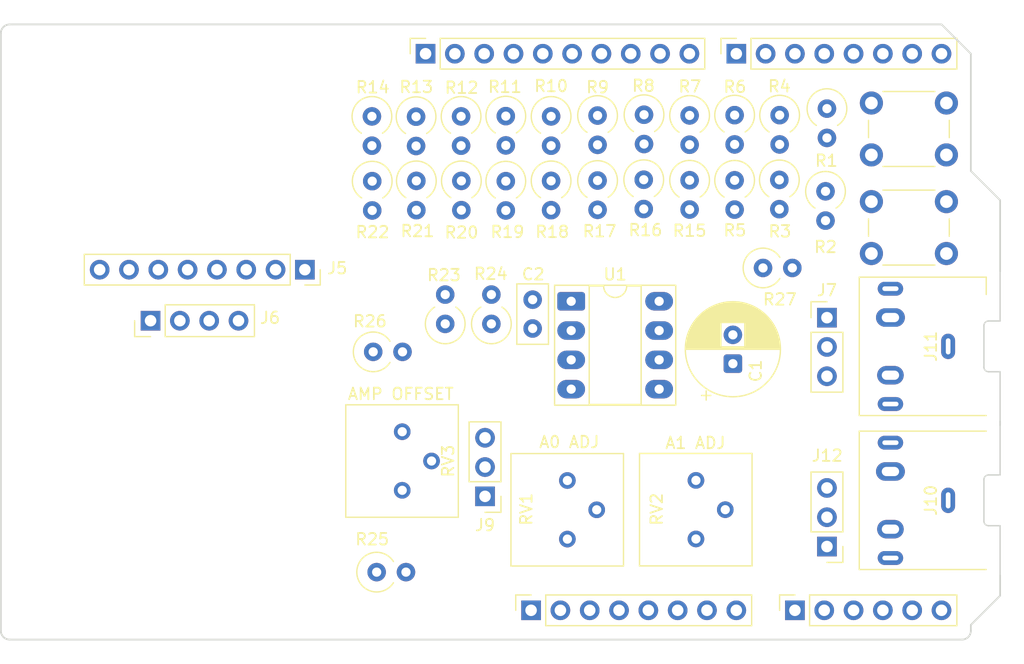
<source format=kicad_pcb>
(kicad_pcb (version 20241229) (generator "pcbnew") (generator_version "9.0")
  (title_block (date "mar. 31 mars 2015"))
  (layers (0 "F.Cu" signal) (2 "B.Cu" signal) (13 "F.Paste" user) (15 "B.Paste" user) (5 "F.SilkS" user "F.Silkscreen") (7 "B.SilkS" user "B.Silkscreen") (1 "F.Mask" user) (3 "B.Mask" user) (25 "Edge.Cuts" user))
  (net 0 "")
  (net 1 "GND")
  (net 3 "+5V")
  (net 4 "/IOREF")
  (net 5 "/A0")
  (net 6 "/A1")
  (net 7 "/SDA{slash}A4")
  (net 8 "/SCL{slash}A5")
  (net 9 "/AREF")
  (net 10 "/TX{slash}1")
  (net 11 "/RX{slash}0")
  (net 12 "+3V3")
  (net 13 "VCC")
  (net 14 "/~{RESET}")
  (net 15 "/SCL")
  (net 16 "/SDA")
  (net 21 "/BT2")
  (net 22 "/BT1")
  (net 23 "Net-(C2-Pad2)")
  (net 24 "Net-(U1A--)")
  (net 25 "/D7")
  (net 26 "/D8")
  (net 27 "/D9")
  (net 28 "/D6")
  (net 29 "/D4")
  (net 30 "/D5")
  (net 31 "/IN_RIGHT")
  (net 32 "/IN_LEFT")
  (net 33 "/D3")
  (net 34 "/D2")
  (net 35 "/D0")
  (net 36 "/D1")
  (net 37 "/AUDIO_OUT")
  (net 38 "Net-(J9-Pin_2)")
  (net 39 "Net-(J9-Pin_3)")
  (net 40 "Net-(R3-Pad1)")
  (net 41 "Net-(R15-Pad1)")
  (net 42 "Net-(R15-Pad2)")
  (net 43 "Net-(R16-Pad2)")
  (net 44 "Net-(R17-Pad2)")
  (net 45 "Net-(R10-Pad2)")
  (net 46 "Net-(R11-Pad2)")
  (net 47 "Net-(R12-Pad2)")
  (net 48 "Net-(R13-Pad2)")
  (net 49 "Net-(R14-Pad2)")
  (net 50 "Net-(R25-Pad2)")
  (net 51 "Net-(R26-Pad1)")
  (net 52 "Net-(U1B--)")
  (footprint "Connector_PinSocket_2.54mm:PinSocket_1x08_P2.54mm_Vertical" (layer "F.Cu") (at 127.94 97.46 90)
    (property "Reference" "J1" (hide yes))
    (property "Value" "Power")
    (pad "1" thru_hole rect (at 0 0 90) (size 1.7 1.7) (drill 1) (layers "*.Cu" "*.Mask"))
    (pad "2" thru_hole oval (at 0 2.54 90) (size 1.7 1.7) (drill 1) (layers "*.Cu" "*.Mask") (net 4 "/IOREF"))
    (pad "3" thru_hole oval (at 0 5.08 90) (size 1.7 1.7) (drill 1) (layers "*.Cu" "*.Mask") (net 14 "/~{RESET}"))
    (pad "4" thru_hole oval (at 0 7.62 90) (size 1.7 1.7) (drill 1) (layers "*.Cu" "*.Mask") (net 12 "+3V3"))
    (pad "5" thru_hole oval (at 0 10.16 90) (size 1.7 1.7) (drill 1) (layers "*.Cu" "*.Mask") (net 3 "+5V"))
    (pad "6" thru_hole oval (at 0 12.7 90) (size 1.7 1.7) (drill 1) (layers "*.Cu" "*.Mask") (net 1 "GND"))
    (pad "7" thru_hole oval (at 0 15.24 90) (size 1.7 1.7) (drill 1) (layers "*.Cu" "*.Mask") (net 1 "GND"))
    (pad "8" thru_hole oval (at 0 17.78 90) (size 1.7 1.7) (drill 1) (layers "*.Cu" "*.Mask") (net 13 "VCC"))
  )
  (footprint "Connector_PinSocket_2.54mm:PinSocket_1x06_P2.54mm_Vertical" (layer "F.Cu") (at 150.8 97.46 90)
    (property "Reference" "J3" (hide yes))
    (property "Value" "Analog")
    (pad "1" thru_hole rect (at 0 0 90) (size 1.7 1.7) (drill 1) (layers "*.Cu" "*.Mask") (net 5 "/A0"))
    (pad "2" thru_hole oval (at 0 2.54 90) (size 1.7 1.7) (drill 1) (layers "*.Cu" "*.Mask") (net 6 "/A1"))
    (pad "3" thru_hole oval (at 0 5.08 90) (size 1.7 1.7) (drill 1) (layers "*.Cu" "*.Mask") (net 31 "/IN_RIGHT"))
    (pad "4" thru_hole oval (at 0 7.62 90) (size 1.7 1.7) (drill 1) (layers "*.Cu" "*.Mask") (net 32 "/IN_LEFT"))
    (pad "5" thru_hole oval (at 0 10.16 90) (size 1.7 1.7) (drill 1) (layers "*.Cu" "*.Mask") (net 7 "/SDA{slash}A4"))
    (pad "6" thru_hole oval (at 0 12.7 90) (size 1.7 1.7) (drill 1) (layers "*.Cu" "*.Mask") (net 8 "/SCL{slash}A5"))
  )
  (footprint "Connector_PinSocket_2.54mm:PinSocket_1x10_P2.54mm_Vertical" (layer "F.Cu") (at 118.796 49.2 90)
    (property "Reference" "J2" (hide yes))
    (property "Value" "Digital/PWM")
    (pad "1" thru_hole rect (at 0 0 90) (size 1.7 1.7) (drill 1) (layers "*.Cu" "*.Mask") (net 15 "/SCL"))
    (pad "2" thru_hole oval (at 0 2.54 90) (size 1.7 1.7) (drill 1) (layers "*.Cu" "*.Mask") (net 16 "/SDA"))
    (pad "3" thru_hole oval (at 0 5.08 90) (size 1.7 1.7) (drill 1) (layers "*.Cu" "*.Mask") (net 9 "/AREF"))
    (pad "4" thru_hole oval (at 0 7.62 90) (size 1.7 1.7) (drill 1) (layers "*.Cu" "*.Mask") (net 1 "GND"))
    (pad "5" thru_hole oval (at 0 10.16 90) (size 1.7 1.7) (drill 1) (layers "*.Cu" "*.Mask") (net 27 "/D9"))
    (pad "6" thru_hole oval (at 0 12.7 90) (size 1.7 1.7) (drill 1) (layers "*.Cu" "*.Mask") (net 26 "/D8"))
    (pad "7" thru_hole oval (at 0 15.24 90) (size 1.7 1.7) (drill 1) (layers "*.Cu" "*.Mask") (net 25 "/D7"))
    (pad "8" thru_hole oval (at 0 17.78 90) (size 1.7 1.7) (drill 1) (layers "*.Cu" "*.Mask") (net 28 "/D6"))
    (pad "9" thru_hole oval (at 0 20.32 90) (size 1.7 1.7) (drill 1) (layers "*.Cu" "*.Mask") (net 30 "/D5"))
    (pad "10" thru_hole oval (at 0 22.86 90) (size 1.7 1.7) (drill 1) (layers "*.Cu" "*.Mask") (net 29 "/D4"))
  )
  (footprint "Connector_PinSocket_2.54mm:PinSocket_1x08_P2.54mm_Vertical" (layer "F.Cu") (at 145.72 49.2 90)
    (property "Reference" "J4" (hide yes))
    (property "Value" "Digital/PWM")
    (pad "1" thru_hole rect (at 0 0 90) (size 1.7 1.7) (drill 1) (layers "*.Cu" "*.Mask") (net 33 "/D3"))
    (pad "2" thru_hole oval (at 0 2.54 90) (size 1.7 1.7) (drill 1) (layers "*.Cu" "*.Mask") (net 34 "/D2"))
    (pad "3" thru_hole oval (at 0 5.08 90) (size 1.7 1.7) (drill 1) (layers "*.Cu" "*.Mask") (net 36 "/D1"))
    (pad "4" thru_hole oval (at 0 7.62 90) (size 1.7 1.7) (drill 1) (layers "*.Cu" "*.Mask") (net 35 "/D0"))
    (pad "5" thru_hole oval (at 0 10.16 90) (size 1.7 1.7) (drill 1) (layers "*.Cu" "*.Mask") (net 21 "/BT2"))
    (pad "6" thru_hole oval (at 0 12.7 90) (size 1.7 1.7) (drill 1) (layers "*.Cu" "*.Mask") (net 22 "/BT1"))
    (pad "7" thru_hole oval (at 0 15.24 90) (size 1.7 1.7) (drill 1) (layers "*.Cu" "*.Mask") (net 10 "/TX{slash}1"))
    (pad "8" thru_hole oval (at 0 17.78 90) (size 1.7 1.7) (drill 1) (layers "*.Cu" "*.Mask") (net 11 "/RX{slash}0"))
  )
  (footprint "Resistor_THT:R_Axial_DIN0309_L9.0mm_D3.2mm_P2.54mm_Vertical" (layer "F.Cu") (at 121.875 54.635 -90)
    (property "Reference" "R12" (at -2.485 -0.05 180) (layer "F.SilkS"))
    (property "Value" "20k" (hide yes))
    (pad "1" thru_hole circle (at 0 0 270) (size 1.6 1.6) (drill 0.8) (layers "*.Cu" "*.Mask") (net 25 "/D7"))
    (pad "2" thru_hole circle (at 2.54 0 270) (size 1.6 1.6) (drill 0.8) (layers "*.Cu" "*.Mask") (net 47 "Net-(R12-Pad2)"))
  )
  (footprint "Resistor_THT:R_Axial_DIN0309_L9.0mm_D3.2mm_P2.54mm_Vertical" (layer "F.Cu") (at 114.175 60.25 -90)
    (property "Reference" "R22" (at 4.42 -0.025 180) (layer "F.SilkS"))
    (property "Value" "10k" (hide yes))
    (pad "1" thru_hole circle (at 0 0 270) (size 1.6 1.6) (drill 0.8) (layers "*.Cu" "*.Mask") (net 48 "Net-(R13-Pad2)"))
    (pad "2" thru_hole circle (at 2.54 0 270) (size 1.6 1.6) (drill 0.8) (layers "*.Cu" "*.Mask") (net 49 "Net-(R14-Pad2)"))
  )
  (footprint "Resistor_THT:R_Axial_DIN0309_L9.0mm_D3.2mm_P2.54mm_Vertical" (layer "F.Cu") (at 117.975 54.66 -90)
    (property "Reference" "R13" (at -2.575 -0.02 180) (layer "F.SilkS"))
    (property "Value" "20k" (hide yes))
    (pad "1" thru_hole circle (at 0 0 270) (size 1.6 1.6) (drill 0.8) (layers "*.Cu" "*.Mask") (net 26 "/D8"))
    (pad "2" thru_hole circle (at 2.54 0 270) (size 1.6 1.6) (drill 0.8) (layers "*.Cu" "*.Mask") (net 48 "Net-(R13-Pad2)"))
  )
  (footprint "Potentiometer_THT:Potentiometer_Bourns_3386P_Vertical" (layer "F.Cu") (at 116.775 87.055)
    (property "Reference" "RV3" (hide yes))
    (property "Value" "100k" (hide yes))
    (fp_text user "${REFERENCE}" (at 3.975 -2.54 90) (layer "F.SilkS"))
    (pad "1" thru_hole circle (at 0 0) (size 1.44 1.44) (drill 0.8) (layers "*.Cu" "*.Mask") (net 50 "Net-(R25-Pad2)"))
    (pad "2" thru_hole circle (at 2.54 -2.54) (size 1.44 1.44) (drill 0.8) (layers "*.Cu" "*.Mask") (net 39 "Net-(J9-Pin_3)"))
    (pad "3" thru_hole circle (at 0 -5.08) (size 1.44 1.44) (drill 0.8) (layers "*.Cu" "*.Mask") (net 51 "Net-(R26-Pad1)"))
  )
  (footprint "Connector_Audio:Jack_3.5mm_CUI_SJ1-3525N_Horizontal" (layer "F.Cu") (at 164.075 87.925 90)
    (property "Reference" "J10" (hide yes))
    (property "Value" "AudioJack5" (hide yes))
    (fp_line (start 1.8 3.1) (end -1.8 3.1) (stroke (width 0.12)) (layer "Edge.Cuts"))
    (fp_line (start 2.2 3.5) (end 2.2 4.5) (stroke (width 0.12)) (layer "Edge.Cuts"))
    (fp_line (start -2.2 3.5) (end -2.2 4.5) (stroke (width 0.12)) (layer "Edge.Cuts"))
    (fp_line (start 2.2 4.5) (end 6.5 4.5) (stroke (width 0.12)) (layer "Edge.Cuts"))
    (fp_line (start -2.2 4.5) (end -6.5 4.5) (stroke (width 0.12)) (layer "Edge.Cuts"))
    (fp_arc (start 1.8 3.1) (mid 2.082843 3.217157) (end 2.2 3.5) (stroke (width 0.12)) (layer "Edge.Cuts"))
    (fp_arc (start -2.2 3.5) (mid -2.082842 3.217158) (end -1.8 3.1) (stroke (width 0.12)) (layer "Edge.Cuts"))
    (fp_text user "${REFERENCE}" (at 0 -1.5 90) (layer "F.SilkS"))
    (pad "" np_thru_hole circle (at -5 0 90) (size 1.2 1.2) (drill 1.2) (layers "*.Cu" "*.Mask"))
    (pad "" np_thru_hole circle (at -5 2.5 90) (size 1.2 1.2) (drill 1.2) (layers "*.Cu" "*.Mask"))
    (pad "" np_thru_hole circle (at 0 -5 90) (size 1.2 1.2) (drill 1.2) (layers "*.Cu" "*.Mask"))
    (pad "" np_thru_hole circle (at 5 0 90) (size 1.2 1.2) (drill 1.2) (layers "*.Cu" "*.Mask"))
    (pad "" np_thru_hole circle (at 5 2.5 90) (size 1.2 1.2) (drill 1.2) (layers "*.Cu" "*.Mask"))
    (pad "R" thru_hole oval (at -5 -5 90) (size 1.2 2.2) (drill oval 0.4 1.4) (layers "*.Cu" "*.Mask") (net 31 "/IN_RIGHT"))
    (pad "RN" thru_hole oval (at -2.5 -5 90) (size 1.6 2.3) (drill oval 0.8 1.5) (layers "*.Cu" "*.Mask") (net 31 "/IN_RIGHT"))
    (pad "S" thru_hole oval (at 0 0 90) (size 2.2 1.2) (drill oval 1.4 0.4) (layers "*.Cu" "*.Mask") (net 1 "GND"))
    (pad "T" thru_hole oval (at 5 -5 270) (size 1.2 2.2) (drill oval 0.4 1.4) (layers "*.Cu" "*.Mask") (net 32 "/IN_LEFT"))
    (pad "TN" thru_hole oval (at 2.5 -5 270) (size 1.6 2.5) (drill oval 0.8 1.5) (layers "*.Cu" "*.Mask") (net 32 "/IN_LEFT"))
  )
  (footprint "Resistor_THT:R_Axial_DIN0309_L9.0mm_D3.2mm_P2.54mm_Vertical" (layer "F.Cu") (at 133.7 54.56 -90)
    (property "Reference" "R9" (at -2.455 0 180) (layer "F.SilkS"))
    (property "Value" "20k" (hide yes))
    (pad "1" thru_hole circle (at 0 0 270) (size 1.6 1.6) (drill 0.8) (layers "*.Cu" "*.Mask") (net 29 "/D4"))
    (pad "2" thru_hole circle (at 2.54 0 270) (size 1.6 1.6) (drill 0.8) (layers "*.Cu" "*.Mask") (net 44 "Net-(R17-Pad2)"))
  )
  (footprint "Resistor_THT:R_Axial_DIN0309_L9.0mm_D3.2mm_P2.54mm_Vertical" (layer "F.Cu") (at 137.7 60.125 -90)
    (property "Reference" "R16" (at 4.37 -0.15 180) (layer "F.SilkS"))
    (property "Value" "10k" (hide yes))
    (pad "1" thru_hole circle (at 0 0 270) (size 1.6 1.6) (drill 0.8) (layers "*.Cu" "*.Mask") (net 42 "Net-(R15-Pad2)"))
    (pad "2" thru_hole circle (at 2.54 0 270) (size 1.6 1.6) (drill 0.8) (layers "*.Cu" "*.Mask") (net 43 "Net-(R16-Pad2)"))
  )
  (footprint "Resistor_THT:R_Axial_DIN0309_L9.0mm_D3.2mm_P2.54mm_Vertical" (layer "F.Cu") (at 141.675 54.55 -90)
    (property "Reference" "R7" (hide yes))
    (property "Value" "20k" (hide yes))
    (fp_text user "${REFERENCE}" (at -2.51 -0.025 180) (layer "F.SilkS"))
    (pad "1" thru_hole circle (at 0 0 270) (size 1.6 1.6) (drill 0.8) (layers "*.Cu" "*.Mask") (net 34 "/D2"))
    (pad "2" thru_hole circle (at 2.54 0 270) (size 1.6 1.6) (drill 0.8) (layers "*.Cu" "*.Mask") (net 42 "Net-(R15-Pad2)"))
  )
  (footprint "Resistor_THT:R_Axial_DIN0309_L9.0mm_D3.2mm_P2.54mm_Vertical" (layer "F.Cu") (at 153.45 61.13 -90)
    (property "Reference" "R2" (at 4.825 0 0) (layer "F.SilkS"))
    (property "Value" "100k" (hide yes))
    (pad "1" thru_hole circle (at 0 0 270) (size 1.6 1.6) (drill 0.8) (layers "*.Cu" "*.Mask") (net 3 "+5V"))
    (pad "2" thru_hole circle (at 2.54 0 270) (size 1.6 1.6) (drill 0.8) (layers "*.Cu" "*.Mask") (net 1 "GND"))
  )
  (footprint "Capacitor_THT:CP_Radial_D8.0mm_P2.50mm" (layer "F.Cu") (at 145.425 76.075 90)
    (property "Reference" "C1" (at -0.625 1.975 90) (layer "F.SilkS"))
    (property "Value" "47uF" (hide yes))
    (pad "1" thru_hole roundrect (at 0 0 90) (size 1.6 1.6) (drill 0.8) (layers "*.Cu" "*.Mask") (roundrect_rratio 0.15625) (net 3 "+5V"))
    (pad "2" thru_hole circle (at 2.5 0 90) (size 1.6 1.6) (drill 0.8) (layers "*.Cu" "*.Mask") (net 1 "GND"))
  )
  (footprint "Resistor_THT:R_Axial_DIN0309_L9.0mm_D3.2mm_P2.54mm_Vertical" (layer "F.Cu") (at 145.575 60.175 -90)
    (property "Reference" "R5" (hide yes))
    (property "Value" "10k" (hide yes))
    (fp_text user "${REFERENCE}" (at 4.34 -0.025 0) (layer "F.SilkS"))
    (pad "1" thru_hole circle (at 0 0 270) (size 1.6 1.6) (drill 0.8) (layers "*.Cu" "*.Mask") (net 40 "Net-(R3-Pad1)"))
    (pad "2" thru_hole circle (at 2.54 0 270) (size 1.6 1.6) (drill 0.8) (layers "*.Cu" "*.Mask") (net 41 "Net-(R15-Pad1)"))
  )
  (footprint "Resistor_THT:R_Axial_DIN0309_L9.0mm_D3.2mm_P2.54mm_Vertical" (layer "F.Cu") (at 141.675 60.17 -90)
    (property "Reference" "R15" (hide yes))
    (property "Value" "10k" (hide yes))
    (fp_text user "${REFERENCE}" (at 4.38 0 0) (layer "F.SilkS"))
    (pad "1" thru_hole circle (at 0 0 270) (size 1.6 1.6) (drill 0.8) (layers "*.Cu" "*.Mask") (net 41 "Net-(R15-Pad1)"))
    (pad "2" thru_hole circle (at 2.54 0 270) (size 1.6 1.6) (drill 0.8) (layers "*.Cu" "*.Mask") (net 42 "Net-(R15-Pad2)"))
  )
  (footprint "Resistor_THT:R_Axial_DIN0309_L9.0mm_D3.2mm_P2.54mm_Vertical" (layer "F.Cu") (at 114.26 75.05)
    (property "Reference" "R26" (at -0.285 -2.65 180) (layer "F.SilkS"))
    (property "Value" "20k" (hide yes))
    (pad "1" thru_hole circle (at 0 0) (size 1.6 1.6) (drill 0.8) (layers "*.Cu" "*.Mask") (net 51 "Net-(R26-Pad1)"))
    (pad "2" thru_hole circle (at 2.54 0) (size 1.6 1.6) (drill 0.8) (layers "*.Cu" "*.Mask") (net 1 "GND"))
  )
  (footprint "Resistor_THT:R_Axial_DIN0309_L9.0mm_D3.2mm_P2.54mm_Vertical" (layer "F.Cu") (at 121.9 60.225 -90)
    (property "Reference" "R20" (at 4.475 -0.015 180) (layer "F.SilkS"))
    (property "Value" "10k" (hide yes))
    (pad "1" thru_hole circle (at 0 0 270) (size 1.6 1.6) (drill 0.8) (layers "*.Cu" "*.Mask") (net 46 "Net-(R11-Pad2)"))
    (pad "2" thru_hole circle (at 2.54 0 270) (size 1.6 1.6) (drill 0.8) (layers "*.Cu" "*.Mask") (net 47 "Net-(R12-Pad2)"))
  )
  (footprint "Resistor_THT:R_Axial_DIN0309_L9.0mm_D3.2mm_P2.54mm_Vertical" (layer "F.Cu") (at 118 60.225 -90)
    (property "Reference" "R21" (at 4.35 -0.1 180) (layer "F.SilkS"))
    (property "Value" "10k" (hide yes))
    (pad "1" thru_hole circle (at 0 0 270) (size 1.6 1.6) (drill 0.8) (layers "*.Cu" "*.Mask") (net 47 "Net-(R12-Pad2)"))
    (pad "2" thru_hole circle (at 2.54 0 270) (size 1.6 1.6) (drill 0.8) (layers "*.Cu" "*.Mask") (net 48 "Net-(R13-Pad2)"))
  )
  (footprint "Resistor_THT:R_Axial_DIN0309_L9.0mm_D3.2mm_P2.54mm_Vertical" (layer "F.Cu") (at 149.475 54.525 -90)
    (property "Reference" "R4" (hide yes))
    (property "Value" "20k" (hide yes))
    (fp_text user "${REFERENCE}" (at -2.5 0.025 180) (layer "F.SilkS"))
    (pad "1" thru_hole circle (at 0 0 270) (size 1.6 1.6) (drill 0.8) (layers "*.Cu" "*.Mask") (net 35 "/D0"))
    (pad "2" thru_hole circle (at 2.54 0 270) (size 1.6 1.6) (drill 0.8) (layers "*.Cu" "*.Mask") (net 40 "Net-(R3-Pad1)"))
  )
  (footprint "Resistor_THT:R_Axial_DIN0309_L9.0mm_D3.2mm_P2.54mm_Vertical" (layer "F.Cu") (at 125.75 54.61 -90)
    (property "Reference" "R11" (at -2.535 0.075 180) (layer "F.SilkS"))
    (property "Value" "20k" (hide yes))
    (pad "1" thru_hole circle (at 0 0 270) (size 1.6 1.6) (drill 0.8) (layers "*.Cu" "*.Mask") (net 28 "/D6"))
    (pad "2" thru_hole circle (at 2.54 0 270) (size 1.6 1.6) (drill 0.8) (layers "*.Cu" "*.Mask") (net 46 "Net-(R11-Pad2)"))
  )
  (footprint "Button_Switch_THT:SW_PUSH_6mm" (layer "F.Cu") (at 157.425 53.475)
    (property "Reference" "SW1" (hide yes))
    (property "Value" "BT_1" (hide yes))
    (pad "1" thru_hole circle (at 0 0 90) (size 2 2) (drill 1.1) (layers "*.Cu" "*.Mask") (net 3 "+5V"))
    (pad "1" thru_hole circle (at 6.5 0 90) (size 2 2) (drill 1.1) (layers "*.Cu" "*.Mask") (net 3 "+5V"))
    (pad "2" thru_hole circle (at 0 4.5 90) (size 2 2) (drill 1.1) (layers "*.Cu" "*.Mask") (net 22 "/BT1"))
    (pad "2" thru_hole circle (at 6.5 4.5 90) (size 2 2) (drill 1.1) (layers "*.Cu" "*.Mask") (net 22 "/BT1"))
  )
  (footprint "Resistor_THT:R_Axial_DIN0309_L9.0mm_D3.2mm_P2.54mm_Vertical" (layer "F.Cu") (at 125.75 60.25 -90)
    (property "Reference" "R19" (at 4.4 -0.14 180) (layer "F.SilkS"))
    (property "Value" "10k" (hide yes))
    (pad "1" thru_hole circle (at 0 0 270) (size 1.6 1.6) (drill 0.8) (layers "*.Cu" "*.Mask") (net 45 "Net-(R10-Pad2)"))
    (pad "2" thru_hole circle (at 2.54 0 270) (size 1.6 1.6) (drill 0.8) (layers "*.Cu" "*.Mask") (net 46 "Net-(R11-Pad2)"))
  )
  (footprint "Resistor_THT:R_Axial_DIN0309_L9.0mm_D3.2mm_P2.54mm_Vertical" (layer "F.Cu") (at 114.15 54.635 -90)
    (property "Reference" "R14" (at -2.525 -0.065 180) (layer "F.SilkS"))
    (property "Value" "20k" (hide yes))
    (pad "1" thru_hole circle (at 0 0 270) (size 1.6 1.6) (drill 0.8) (layers "*.Cu" "*.Mask") (net 27 "/D9"))
    (pad "2" thru_hole circle (at 2.54 0 270) (size 1.6 1.6) (drill 0.8) (layers "*.Cu" "*.Mask") (net 49 "Net-(R14-Pad2)"))
  )
  (footprint "Resistor_THT:R_Axial_DIN0309_L9.0mm_D3.2mm_P2.54mm_Vertical" (layer "F.Cu") (at 153.575 53.96 -90)
    (property "Reference" "R1" (at 4.52 0.05 180) (layer "F.SilkS"))
    (property "Value" "100k" (hide yes))
    (pad "1" thru_hole circle (at 0 0 270) (size 1.6 1.6) (drill 0.8) (layers "*.Cu" "*.Mask") (net 3 "+5V"))
    (pad "2" thru_hole circle (at 2.54 0 270) (size 1.6 1.6) (drill 0.8) (layers "*.Cu" "*.Mask") (net 1 "GND"))
  )
  (footprint "Button_Switch_THT:SW_PUSH_6mm" (layer "F.Cu") (at 157.425 62.025)
    (property "Reference" "SW2" (hide yes))
    (property "Value" "BT_2" (hide yes))
    (pad "1" thru_hole circle (at 0 0 90) (size 2 2) (drill 1.1) (layers "*.Cu" "*.Mask") (net 3 "+5V"))
    (pad "1" thru_hole circle (at 6.5 0 90) (size 2 2) (drill 1.1) (layers "*.Cu" "*.Mask") (net 3 "+5V"))
    (pad "2" thru_hole circle (at 0 4.5 90) (size 2 2) (drill 1.1) (layers "*.Cu" "*.Mask") (net 21 "/BT2"))
    (pad "2" thru_hole circle (at 6.5 4.5 90) (size 2 2) (drill 1.1) (layers "*.Cu" "*.Mask") (net 21 "/BT2"))
  )
  (footprint "Resistor_THT:R_Axial_DIN0309_L9.0mm_D3.2mm_P2.54mm_Vertical" (layer "F.Cu") (at 114.56 94.15)
    (property "Reference" "R25" (at -0.385 -2.85 180) (layer "F.SilkS"))
    (property "Value" "20k" (hide yes))
    (pad "1" thru_hole circle (at 0 0) (size 1.6 1.6) (drill 0.8) (layers "*.Cu" "*.Mask") (net 3 "+5V"))
    (pad "2" thru_hole circle (at 2.54 0) (size 1.6 1.6) (drill 0.8) (layers "*.Cu" "*.Mask") (net 50 "Net-(R25-Pad2)"))
  )
  (footprint "Connector_PinHeader_2.54mm:PinHeader_1x03_P2.54mm_Vertical" (layer "F.Cu") (at 153.575 91.93 180)
    (property "Reference" "J12" (at -0.025 7.88 0) (layer "F.SilkS"))
    (property "Value" "AUDIO_IN" (hide yes))
    (pad "1" thru_hole rect (at 0 0 180) (size 1.7 1.7) (drill 1) (layers "*.Cu" "*.Mask") (net 1 "GND"))
    (pad "2" thru_hole circle (at 0 2.54 180) (size 1.7 1.7) (drill 1) (layers "*.Cu" "*.Mask") (net 31 "/IN_RIGHT"))
    (pad "3" thru_hole circle (at 0 5.08 180) (size 1.7 1.7) (drill 1) (layers "*.Cu" "*.Mask") (net 32 "/IN_LEFT"))
  )
  (footprint "Package_DIP:DIP-8_W7.62mm_Socket_LongPads" (layer "F.Cu") (at 131.415 70.665)
    (property "Reference" "U1" (at 3.81 -2.33 0) (layer "F.SilkS"))
    (property "Value" "MCP6002-xP")
    (pad "1" thru_hole roundrect (at 0 0) (size 2.4 1.6) (drill 0.8) (layers "*.Cu" "*.Mask") (roundrect_rratio 0.15625) (net 23 "Net-(C2-Pad2)"))
    (pad "2" thru_hole oval (at 0 2.54) (size 2.4 1.6) (drill 0.8) (layers "*.Cu" "*.Mask") (net 24 "Net-(U1A--)"))
    (pad "3" thru_hole oval (at 0 5.08) (size 2.4 1.6) (drill 0.8) (layers "*.Cu" "*.Mask") (net 38 "Net-(J9-Pin_2)"))
    (pad "4" thru_hole oval (at 0 7.62) (size 2.4 1.6) (drill 0.8) (layers "*.Cu" "*.Mask") (net 1 "GND"))
    (pad "5" thru_hole oval (at 7.62 7.62) (size 2.4 1.6) (drill 0.8) (layers "*.Cu" "*.Mask") (net 1 "GND"))
    (pad "6" thru_hole oval (at 7.62 5.08) (size 2.4 1.6) (drill 0.8) (layers "*.Cu" "*.Mask") (net 52 "Net-(U1B--)"))
    (pad "7" thru_hole oval (at 7.62 2.54) (size 2.4 1.6) (drill 0.8) (layers "*.Cu" "*.Mask") (net 52 "Net-(U1B--)"))
    (pad "8" thru_hole oval (at 7.62 0) (size 2.4 1.6) (drill 0.8) (layers "*.Cu" "*.Mask") (net 3 "+5V"))
  )
  (footprint "Resistor_THT:R_Axial_DIN0309_L9.0mm_D3.2mm_P2.54mm_Vertical" (layer "F.Cu") (at 137.725 54.49 -90)
    (property "Reference" "R8" (hide yes))
    (property "Value" "20k" (hide yes))
    (fp_text user "${REFERENCE}" (at -2.505 0.05 180) (layer "F.SilkS"))
    (pad "1" thru_hole circle (at 0 0 270) (size 1.6 1.6) (drill 0.8) (layers "*.Cu" "*.Mask") (net 33 "/D3"))
    (pad "2" thru_hole circle (at 2.54 0 270) (size 1.6 1.6) (drill 0.8) (layers "*.Cu" "*.Mask") (net 43 "Net-(R16-Pad2)"))
  )
  (footprint "Connector_Audio:Jack_3.5mm_CUI_SJ1-3525N_Horizontal" (layer "F.Cu") (at 164.075 74.575 90)
    (property "Reference" "J11" (hide yes))
    (property "Value" "AudioJack5" (hide yes))
    (fp_line (start 1.8 3.1) (end -1.8 3.1) (stroke (width 0.12)) (layer "Edge.Cuts"))
    (fp_line (start 2.2 3.5) (end 2.2 4.5) (stroke (width 0.12)) (layer "Edge.Cuts"))
    (fp_line (start -2.2 3.5) (end -2.2 4.5) (stroke (width 0.12)) (layer "Edge.Cuts"))
    (fp_line (start 2.2 4.5) (end 6.5 4.5) (stroke (width 0.12)) (layer "Edge.Cuts"))
    (fp_line (start -2.2 4.5) (end -6.5 4.5) (stroke (width 0.12)) (layer "Edge.Cuts"))
    (fp_arc (start 1.8 3.1) (mid 2.082843 3.217157) (end 2.2 3.5) (stroke (width 0.12)) (layer "Edge.Cuts"))
    (fp_arc (start -2.2 3.5) (mid -2.082842 3.217158) (end -1.8 3.1) (stroke (width 0.12)) (layer "Edge.Cuts"))
    (fp_text user "${REFERENCE}" (at 0 -1.5 90) (layer "F.SilkS"))
    (pad "" np_thru_hole circle (at -5 0 90) (size 1.2 1.2) (drill 1.2) (layers "*.Cu" "*.Mask"))
    (pad "" np_thru_hole circle (at -5 2.5 90) (size 1.2 1.2) (drill 1.2) (layers "*.Cu" "*.Mask"))
    (pad "" np_thru_hole circle (at 0 -5 90) (size 1.2 1.2) (drill 1.2) (layers "*.Cu" "*.Mask"))
    (pad "" np_thru_hole circle (at 5 0 90) (size 1.2 1.2) (drill 1.2) (layers "*.Cu" "*.Mask"))
    (pad "" np_thru_hole circle (at 5 2.5 90) (size 1.2 1.2) (drill 1.2) (layers "*.Cu" "*.Mask"))
    (pad "R" thru_hole oval (at -5 -5 90) (size 1.2 2.2) (drill oval 0.4 1.4) (layers "*.Cu" "*.Mask") (net 37 "/AUDIO_OUT"))
    (pad "RN" thru_hole oval (at -2.5 -5 90) (size 1.6 2.3) (drill oval 0.8 1.5) (layers "*.Cu" "*.Mask") (net 37 "/AUDIO_OUT"))
    (pad "S" thru_hole oval (at 0 0 90) (size 2.2 1.2) (drill oval 1.4 0.4) (layers "*.Cu" "*.Mask") (net 1 "GND"))
    (pad "T" thru_hole oval (at 5 -5 270) (size 1.2 2.2) (drill oval 0.4 1.4) (layers "*.Cu" "*.Mask") (net 37 "/AUDIO_OUT"))
    (pad "TN" thru_hole oval (at 2.5 -5 270) (size 1.6 2.5) (drill oval 0.8 1.5) (layers "*.Cu" "*.Mask") (net 37 "/AUDIO_OUT"))
  )
  (footprint "Resistor_THT:R_Axial_DIN0309_L9.0mm_D3.2mm_P2.54mm_Vertical" (layer "F.Cu") (at 148.035 67.775)
    (property "Reference" "R27" (at 1.453272 2.725 0) (layer "F.SilkS"))
    (property "Value" "1k" (hide yes))
    (pad "1" thru_hole circle (at 0 0) (size 1.6 1.6) (drill 0.8) (layers "*.Cu" "*.Mask") (net 23 "Net-(C2-Pad2)"))
    (pad "2" thru_hole circle (at 2.54 0) (size 1.6 1.6) (drill 0.8) (layers "*.Cu" "*.Mask") (net 37 "/AUDIO_OUT"))
  )
  (footprint "Potentiometer_THT:Potentiometer_Bourns_3386P_Vertical" (layer "F.Cu") (at 142.225 91.275)
    (property "Reference" "RV2" (at -3.4 -2.58 90) (layer "F.SilkS"))
    (property "Value" "100k" (hide yes))
    (pad "1" thru_hole circle (at 0 0) (size 1.44 1.44) (drill 0.8) (layers "*.Cu" "*.Mask") (net 3 "+5V"))
    (pad "2" thru_hole circle (at 2.54 -2.54) (size 1.44 1.44) (drill 0.8) (layers "*.Cu" "*.Mask") (net 6 "/A1"))
    (pad "3" thru_hole circle (at 0 -5.08) (size 1.44 1.44) (drill 0.8) (layers "*.Cu" "*.Mask") (net 1 "GND"))
  )
  (footprint "Resistor_THT:R_Axial_DIN0309_L9.0mm_D3.2mm_P2.54mm_Vertical" (layer "F.Cu") (at 129.675 54.635 -90)
    (property "Reference" "R10" (at -2.635 0 180) (layer "F.SilkS"))
    (property "Value" "20k" (hide yes))
    (pad "1" thru_hole circle (at 0 0 270) (size 1.6 1.6) (drill 0.8) (layers "*.Cu" "*.Mask") (net 30 "/D5"))
    (pad "2" thru_hole circle (at 2.54 0 270) (size 1.6 1.6) (drill 0.8) (layers "*.Cu" "*.Mask") (net 45 "Net-(R10-Pad2)"))
  )
  (footprint "Resistor_THT:R_Axial_DIN0309_L9.0mm_D3.2mm_P2.54mm_Vertical" (layer "F.Cu") (at 120.5 72.625 90)
    (property "Reference" "R23" (at 4.225 -0.11 0) (layer "F.SilkS"))
    (property "Value" "20k" (hide yes))
    (pad "1" thru_hole circle (at 0 0 90) (size 1.6 1.6) (drill 0.8) (layers "*.Cu" "*.Mask") (net 49 "Net-(R14-Pad2)"))
    (pad "2" thru_hole circle (at 2.54 0 90) (size 1.6 1.6) (drill 0.8) (layers "*.Cu" "*.Mask") (net 24 "Net-(U1A--)"))
  )
  (footprint "Resistor_THT:R_Axial_DIN0309_L9.0mm_D3.2mm_P2.54mm_Vertical" (layer "F.Cu") (at 129.675 60.225 -90)
    (property "Reference" "R18" (at 4.42 -0.1 180) (layer "F.SilkS"))
    (property "Value" "10k" (hide yes))
    (pad "1" thru_hole circle (at 0 0 270) (size 1.6 1.6) (drill 0.8) (layers "*.Cu" "*.Mask") (net 44 "Net-(R17-Pad2)"))
    (pad "2" thru_hole circle (at 2.54 0 270) (size 1.6 1.6) (drill 0.8) (layers "*.Cu" "*.Mask") (net 45 "Net-(R10-Pad2)"))
  )
  (footprint "Connector_PinSocket_2.54mm:PinSocket_1x08_P2.54mm_Vertical" (layer "F.Cu") (at 108.34 67.925 -90)
    (property "Reference" "J5" (at -0.125 -2.81 0) (layer "F.SilkS"))
    (property "Value" "IMU_CONN" (hide yes))
    (pad "1" thru_hole rect (at 0 0 270) (size 1.7 1.7) (drill 1) (layers "*.Cu" "*.Mask"))
    (pad "2" thru_hole circle (at 0 2.54 270) (size 1.7 1.7) (drill 1) (layers "*.Cu" "*.Mask"))
    (pad "3" thru_hole circle (at 0 5.08 270) (size 1.7 1.7) (drill 1) (layers "*.Cu" "*.Mask"))
    (pad "4" thru_hole circle (at 0 7.62 270) (size 1.7 1.7) (drill 1) (layers "*.Cu" "*.Mask"))
    (pad "5" thru_hole circle (at 0 10.16 270) (size 1.7 1.7) (drill 1) (layers "*.Cu" "*.Mask") (net 16 "/SDA"))
    (pad "6" thru_hole circle (at 0 12.7 270) (size 1.7 1.7) (drill 1) (layers "*.Cu" "*.Mask") (net 15 "/SCL"))
    (pad "7" thru_hole circle (at 0 15.24 270) (size 1.7 1.7) (drill 1) (layers "*.Cu" "*.Mask") (net 1 "GND"))
    (pad "8" thru_hole circle (at 0 17.78 270) (size 1.7 1.7) (drill 1) (layers "*.Cu" "*.Mask") (net 3 "+5V"))
  )
  (footprint "Resistor_THT:R_Axial_DIN0309_L9.0mm_D3.2mm_P2.54mm_Vertical" (layer "F.Cu") (at 124.5 72.625 90)
    (property "Reference" "R24" (at 4.34 -0.05 0) (layer "F.SilkS"))
    (property "Value" "20k" (hide yes))
    (pad "1" thru_hole circle (at 0 0 90) (size 1.6 1.6) (drill 0.8) (layers "*.Cu" "*.Mask") (net 24 "Net-(U1A--)"))
    (pad "2" thru_hole circle (at 2.54 0 90) (size 1.6 1.6) (drill 0.8) (layers "*.Cu" "*.Mask") (net 23 "Net-(C2-Pad2)"))
  )
  (footprint "Capacitor_THT:C_Disc_D5.0mm_W2.5mm_P2.50mm" (layer "F.Cu") (at 128.075 73.025 90)
    (property "Reference" "C2" (at 4.7 0.05 0) (layer "F.SilkS"))
    (property "Value" "100 pF" (hide yes))
    (pad "1" thru_hole circle (at 0 0 90) (size 1.6 1.6) (drill 0.8) (layers "*.Cu" "*.Mask") (net 24 "Net-(U1A--)"))
    (pad "2" thru_hole circle (at 2.5 0 90) (size 1.6 1.6) (drill 0.8) (layers "*.Cu" "*.Mask") (net 23 "Net-(C2-Pad2)"))
  )
  (footprint "Connector_PinHeader_2.54mm:PinHeader_1x04_P2.54mm_Vertical" (layer "F.Cu") (at 94.97 72.35 90)
    (property "Reference" "J6" (hide yes))
    (property "Value" "CONN_DISPLAY" (hide yes))
    (fp_text user "${REFERENCE}" (at 0.25 10.355 0) (layer "F.SilkS"))
    (pad "1" thru_hole rect (at 0 0 90) (size 1.7 1.7) (drill 1) (layers "*.Cu" "*.Mask") (net 1 "GND"))
    (pad "2" thru_hole circle (at 0 2.54 90) (size 1.7 1.7) (drill 1) (layers "*.Cu" "*.Mask") (net 3 "+5V"))
    (pad "3" thru_hole circle (at 0 5.08 90) (size 1.7 1.7) (drill 1) (layers "*.Cu" "*.Mask") (net 15 "/SCL"))
    (pad "4" thru_hole circle (at 0 7.62 90) (size 1.7 1.7) (drill 1) (layers "*.Cu" "*.Mask") (net 16 "/SDA"))
  )
  (footprint "Potentiometer_THT:Potentiometer_Bourns_3386P_Vertical" (layer "F.Cu") (at 131.085 91.285)
    (property "Reference" "RV1" (hide yes))
    (property "Value" "100k" (hide yes))
    (fp_text user "${REFERENCE}" (at -3.56 -2.59 270) (layer "F.SilkS"))
    (pad "1" thru_hole circle (at 0 0) (size 1.44 1.44) (drill 0.8) (layers "*.Cu" "*.Mask") (net 3 "+5V"))
    (pad "2" thru_hole circle (at 2.54 -2.54) (size 1.44 1.44) (drill 0.8) (layers "*.Cu" "*.Mask") (net 5 "/A0"))
    (pad "3" thru_hole circle (at 0 -5.08) (size 1.44 1.44) (drill 0.8) (layers "*.Cu" "*.Mask") (net 1 "GND"))
  )
  (footprint "Resistor_THT:R_Axial_DIN0309_L9.0mm_D3.2mm_P2.54mm_Vertical" (layer "F.Cu") (at 149.45 60.14 -90)
    (property "Reference" "R3" (hide yes))
    (property "Value" "20k" (hide yes))
    (fp_text user "${REFERENCE}" (at 4.465 -0.05 0) (layer "F.SilkS"))
    (pad "1" thru_hole circle (at 0 0 270) (size 1.6 1.6) (drill 0.8) (layers "*.Cu" "*.Mask") (net 40 "Net-(R3-Pad1)"))
    (pad "2" thru_hole circle (at 2.54 0 270) (size 1.6 1.6) (drill 0.8) (layers "*.Cu" "*.Mask") (net 1 "GND"))
  )
  (footprint "Connector_PinHeader_2.54mm:PinHeader_1x03_P2.54mm_Vertical" (layer "F.Cu") (at 123.95 87.58 180)
    (property "Reference" "J9" (at 0 -2.495 0) (layer "F.SilkS"))
    (property "Value" "JUMPER" (hide yes))
    (pad "1" thru_hole rect (at 0 0 180) (size 1.7 1.7) (drill 1) (layers "*.Cu" "*.Mask") (net 1 "GND"))
    (pad "2" thru_hole circle (at 0 2.54 180) (size 1.7 1.7) (drill 1) (layers "*.Cu" "*.Mask") (net 38 "Net-(J9-Pin_2)"))
    (pad "3" thru_hole circle (at 0 5.08 180) (size 1.7 1.7) (drill 1) (layers "*.Cu" "*.Mask") (net 39 "Net-(J9-Pin_3)"))
  )
  (footprint "Resistor_THT:R_Axial_DIN0309_L9.0mm_D3.2mm_P2.54mm_Vertical" (layer "F.Cu") (at 133.7 60.195 -90)
    (property "Reference" "R17" (at 4.395 -0.175 180) (layer "F.SilkS"))
    (property "Value" "10k" (hide yes))
    (pad "1" thru_hole circle (at 0 0 270) (size 1.6 1.6) (drill 0.8) (layers "*.Cu" "*.Mask") (net 43 "Net-(R16-Pad2)"))
    (pad "2" thru_hole circle (at 2.54 0 270) (size 1.6 1.6) (drill 0.8) (layers "*.Cu" "*.Mask") (net 44 "Net-(R17-Pad2)"))
  )
  (footprint "Resistor_THT:R_Axial_DIN0309_L9.0mm_D3.2mm_P2.54mm_Vertical" (layer "F.Cu") (at 145.575 54.525 -90)
    (property "Reference" "R6" (hide yes))
    (property "Value" "20k" (hide yes))
    (fp_text user "${REFERENCE}" (at -2.455 -0.025 180) (layer "F.SilkS"))
    (pad "1" thru_hole circle (at 0 0 270) (size 1.6 1.6) (drill 0.8) (layers "*.Cu" "*.Mask") (net 36 "/D1"))
    (pad "2" thru_hole circle (at 2.54 0 270) (size 1.6 1.6) (drill 0.8) (layers "*.Cu" "*.Mask") (net 41 "Net-(R15-Pad1)"))
  )
  (footprint "Connector_PinHeader_2.54mm:PinHeader_1x03_P2.54mm_Vertical" (layer "F.Cu") (at 153.575 72.085)
    (property "Reference" "J7" (at 0 -2.38 0) (layer "F.SilkS"))
    (property "Value" "AUDIO_OUT" (hide yes))
    (pad "1" thru_hole rect (at 0 0) (size 1.7 1.7) (drill 1) (layers "*.Cu" "*.Mask") (net 37 "/AUDIO_OUT"))
    (pad "2" thru_hole circle (at 0 2.54) (size 1.7 1.7) (drill 1) (layers "*.Cu" "*.Mask") (net 37 "/AUDIO_OUT"))
    (pad "3" thru_hole circle (at 0 5.08) (size 1.7 1.7) (drill 1) (layers "*.Cu" "*.Mask") (net 1 "GND"))
  )
  (gr_line (start 166.04 59.36) (end 168.58 61.9) (stroke (width 0.15)) (layer "Edge.Cuts"))
  (gr_line (start 82 99.238) (end 82 47.422) (stroke (width 0.15)) (layer "Edge.Cuts"))
  (gr_line (start 165.278 100) (end 82.762 100) (stroke (width 0.15)) (layer "Edge.Cuts"))
  (gr_line (start 168.58 61.9) (end 168.58 68.075) (stroke (width 0.15)) (layer "Edge.Cuts"))
  (gr_line (start 82.762 46.66) (end 163.5 46.66) (stroke (width 0.15)) (layer "Edge.Cuts"))
  (gr_arc (start 82.762 100) (mid 82.223185 99.776815) (end 82 99.238) (stroke (width 0.15)) (layer "Edge.Cuts"))
  (gr_line (start 168.58 96.19) (end 166.04 98.73) (stroke (width 0.15)) (layer "Edge.Cuts"))
  (gr_line (start 163.5 46.66) (end 166.04 49.2) (stroke (width 0.15)) (layer "Edge.Cuts"))
  (gr_arc (start 166.04 99.238) (mid 165.816815 99.776815) (end 165.278 100) (stroke (width 0.15)) (layer "Edge.Cuts"))
  (gr_line (start 168.58 96.19) (end 168.58 94.425) (stroke (width 0.15)) (layer "Edge.Cuts"))
  (gr_line (start 168.575 81.425) (end 168.575 81.075) (stroke (width 0.15)) (layer "Edge.Cuts"))
  (gr_line (start 166.04 49.2) (end 166.04 59.36) (stroke (width 0.15)) (layer "Edge.Cuts"))
  (gr_line (start 166.04 98.73) (end 166.04 99.238) (stroke (width 0.15)) (layer "Edge.Cuts"))
  (gr_arc (start 82 47.422) (mid 82.223185 46.883185) (end 82.762 46.66) (stroke (width 0.15)) (layer "Edge.Cuts"))
  (gr_text "A1 ADJ" (at 142.175 82.95 0) (layer "F.SilkS") (effects (font (size 1 1))))
  (gr_text "AMP OFFSET" (at 116.65 78.7 0) (layer "F.SilkS") (effects (font (size 1 1))))
  (gr_text "A0 ADJ" (at 131.25 82.875 0) (layer "F.SilkS") (effects (font (size 1 1))))
)
</source>
